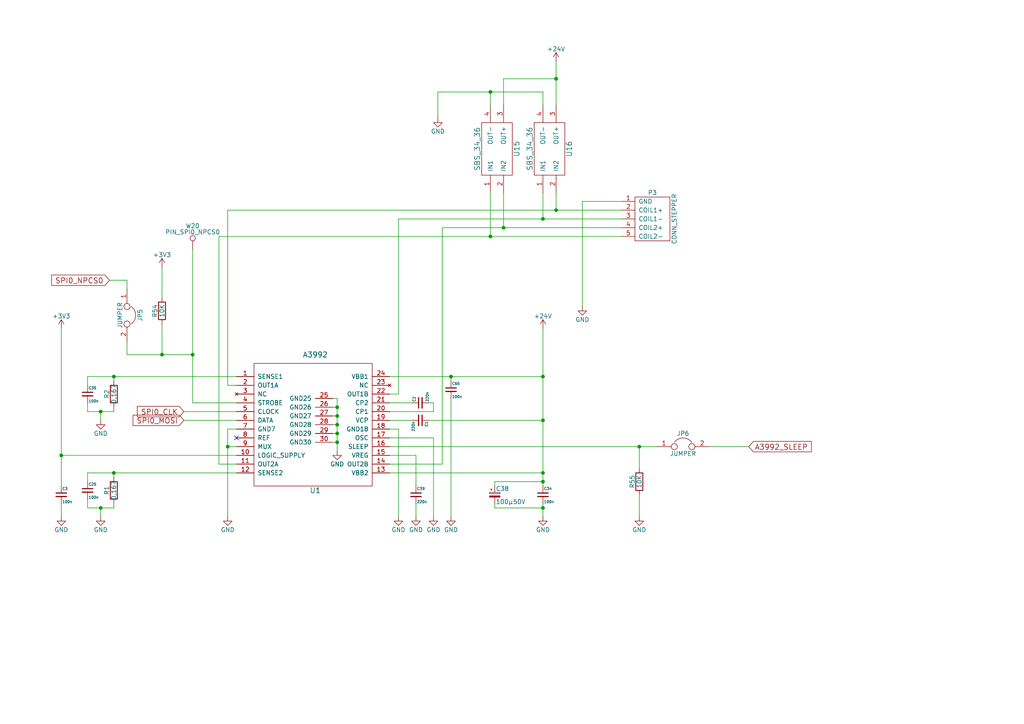
<source format=kicad_sch>
(kicad_sch (version 20231120) (generator "eeschema") (generator_version "8.0")
  (paper "A4")
  (lib_symbols
    (symbol "TEST4-rescue:+24V" (power) (pin_names (offset 0))
      (property "Value" "+24V" (at 0 3.556 0))
      (symbol "+24V_0_1"
        (polyline (pts (xy -0.762 1.27) (xy 0 2.54)))
        (polyline (pts (xy 0 0) (xy 0 2.54)))
        (polyline (pts (xy 0 2.54) (xy 0.762 1.27)))
      )
      (symbol "+24V_1_1"
        (pin power_in line (at 0 0 90) (length 0) hide (name "+24V") (number "1"))
      )
    )
    (symbol "TEST4-rescue:+3.3V" (power) (pin_names (offset 0))
      (property "Value" "+3.3V" (at 0 3.556 0))
      (symbol "+3.3V_0_1"
        (polyline (pts (xy -0.762 1.27) (xy 0 2.54)))
        (polyline (pts (xy 0 0) (xy 0 2.54)))
        (polyline (pts (xy 0 2.54) (xy 0.762 1.27)))
      )
      (symbol "+3.3V_1_1"
        (pin power_in line (at 0 0 90) (length 0) hide (name "+3V3") (number "1"))
      )
    )
    (symbol "TEST4-rescue:A3992" (pin_names (offset 1.016))
      (property "Reference" "U" (at 0 -19.05 0))
      (property "Value" "A3992" (at 0 20.32 0))
      (symbol "A3992_0_1"
        (rectangle (start -17.78 17.78) (end 16.51 -17.78))
      )
      (symbol "A3992_1_1"
        (pin output line (at -22.86 13.97 0) (length 5.08) (name "SENSE1") (number "1"))
        (pin power_in line (at -22.86 -8.89 0) (length 5.08) (name "LOGIC_SUPPLY") (number "10"))
        (pin output line (at -22.86 -11.43 0) (length 5.08) (name "OUT2A") (number "11"))
        (pin output line (at -22.86 -13.97 0) (length 5.08) (name "SENSE2") (number "12"))
        (pin power_in line (at 21.59 -13.97 180) (length 5.08) (name "VBB2") (number "13"))
        (pin output line (at 21.59 -11.43 180) (length 5.08) (name "OUT2B") (number "14"))
        (pin bidirectional line (at 21.59 -8.89 180) (length 5.08) (name "VREG") (number "15"))
        (pin input line (at 21.59 -6.35 180) (length 5.08) (name "SLEEP") (number "16"))
        (pin input line (at 21.59 -3.81 180) (length 5.08) (name "OSC") (number "17"))
        (pin power_in line (at 21.59 -1.27 180) (length 5.08) (name "GND18") (number "18"))
        (pin passive line (at 21.59 1.27 180) (length 5.08) (name "VCP") (number "19"))
        (pin output line (at -22.86 11.43 0) (length 5.08) (name "OUT1A") (number "2"))
        (pin bidirectional line (at 21.59 3.81 180) (length 5.08) (name "CP1") (number "20"))
        (pin bidirectional line (at 21.59 6.35 180) (length 5.08) (name "CP2") (number "21"))
        (pin output line (at 21.59 8.89 180) (length 5.08) (name "OUT1B") (number "22"))
        (pin no_connect line (at 21.59 11.43 180) (length 5.08) (name "NC") (number "23"))
        (pin input line (at 21.59 13.97 180) (length 5.08) (name "VBB1") (number "24"))
        (pin power_in line (at 5.08 7.62 180) (length 5.08) (name "GND25") (number "25"))
        (pin power_in line (at 5.08 5.08 180) (length 5.08) (name "GND26") (number "26"))
        (pin power_in line (at 5.08 2.54 180) (length 5.08) (name "GND27") (number "27"))
        (pin power_in line (at 5.08 0 180) (length 5.08) (name "GND28") (number "28"))
        (pin power_in line (at 5.08 -2.54 180) (length 5.08) (name "GND29") (number "29"))
        (pin no_connect line (at -22.86 8.89 0) (length 5.08) (name "NC") (number "3"))
        (pin power_in line (at 5.08 -5.08 180) (length 5.08) (name "GND30") (number "30"))
        (pin input line (at -22.86 6.35 0) (length 5.08) (name "STROBE") (number "4"))
        (pin input line (at -22.86 3.81 0) (length 5.08) (name "CLOCK") (number "5"))
        (pin input line (at -22.86 1.27 0) (length 5.08) (name "DATA") (number "6"))
        (pin power_in line (at -22.86 -1.27 0) (length 5.08) (name "GND7") (number "7"))
        (pin passive line (at -22.86 -3.81 0) (length 5.08) (name "REF") (number "8"))
        (pin input line (at -22.86 -6.35 0) (length 5.08) (name "MUX") (number "9"))
      )
    )
    (symbol "TEST4-rescue:CONN_STEPPER" (pin_names (offset 1.016))
      (property "Reference" "P" (at 0 -7.62 0))
      (property "Value" "CONN_STEPPER" (at -6.35 0 90))
      (symbol "CONN_STEPPER_0_1"
        (rectangle (start -5.08 6.35) (end 5.08 -6.35))
      )
      (symbol "CONN_STEPPER_1_1"
        (pin power_in line (at 8.89 -5.08 180) (length 3.81) (name "GND") (number "1"))
        (pin input line (at 8.89 -2.54 180) (length 3.81) (name "COIL1+") (number "2"))
        (pin input line (at 8.89 0 180) (length 3.81) (name "COIL1-") (number "3"))
        (pin input line (at 8.89 2.54 180) (length 3.81) (name "COIL2+") (number "4"))
        (pin input line (at 8.89 5.08 180) (length 3.81) (name "COIL2-") (number "5"))
      )
    )
    (symbol "TEST4-rescue:CP_Small" (pin_numbers hide) (pin_names (offset 0.254) hide)
      (property "Reference" "C" (at 0.254 1.778 0))
      (property "Value" "CP_Small" (at 0.254 -2.032 0))
      (symbol "CP_Small_0_1"
        (rectangle (start -1.524 -0.3048) (end 1.524 -0.6858) (fill (type outline)))
        (rectangle (start -1.524 0.6858) (end 1.524 0.3048))
        (polyline (pts (xy -1.27 1.524) (xy -0.762 1.524)))
        (polyline (pts (xy -1.016 1.27) (xy -1.016 1.778)))
      )
      (symbol "CP_Small_1_1"
        (pin passive line (at 0 2.54 270) (length 1.8542) (name "~") (number "1"))
        (pin passive line (at 0 -2.54 90) (length 1.8542) (name "~") (number "2"))
      )
    )
    (symbol "TEST4-rescue:C_Small" (pin_numbers hide) (pin_names (offset 0.254) hide)
      (property "Reference" "C" (at 0.254 1.778 0))
      (property "Value" "C_Small" (at 0.254 -2.032 0))
      (symbol "C_Small_0_1"
        (polyline (pts (xy -1.524 -0.508) (xy 1.524 -0.508)) (stroke (width 0.3302)))
        (polyline (pts (xy -1.524 0.508) (xy 1.524 0.508)) (stroke (width 0.3048)))
      )
      (symbol "C_Small_1_1"
        (pin passive line (at 0 2.54 270) (length 2.032) (name "~") (number "1"))
        (pin passive line (at 0 -2.54 90) (length 2.032) (name "~") (number "2"))
      )
    )
    (symbol "TEST4-rescue:GND" (power) (pin_names (offset 0))
      (property "Value" "GND" (at 0 -3.81 0))
      (symbol "GND_0_1"
        (polyline (pts (xy 0 0) (xy 0 -1.27) (xy 1.27 -1.27) (xy 0 -2.54) (xy -1.27 -1.27) (xy 0 -1.27)))
      )
      (symbol "GND_1_1"
        (pin power_in line (at 0 0 270) (length 0) hide (name "GND") (number "1"))
      )
    )
    (symbol "TEST4-rescue:JUMPER" (pin_names (offset 0.762) hide)
      (property "Reference" "JP" (at 0 3.81 0))
      (property "Value" "JUMPER" (at 0 -2.032 0))
      (symbol "JUMPER_0_1"
        (circle (center -2.54 0) (radius 0.889))
        (arc (start 2.5146 1.27) (mid 0.0078 2.5097) (end -2.4892 1.27))
        (circle (center 2.54 0) (radius 0.889))
        (pin passive line (at -7.62 0 0) (length 4.191) (name "1") (number "1"))
        (pin passive line (at 7.62 0 180) (length 4.191) (name "2") (number "2"))
      )
    )
    (symbol "TEST4-rescue:R" (pin_numbers hide) (pin_names (offset 0))
      (property "Reference" "R" (at 2.032 0 90))
      (property "Value" "R" (at 0 0 90))
      (symbol "R_0_1"
        (rectangle (start -1.016 -2.54) (end 1.016 2.54) (stroke (width 0.254)))
      )
      (symbol "R_1_1"
        (pin passive line (at 0 3.81 270) (length 1.27) (name "~") (number "1"))
        (pin passive line (at 0 -3.81 90) (length 1.27) (name "~") (number "2"))
      )
    )
    (symbol "TEST4-rescue:SBS_34_36" (pin_names (offset 1.016))
      (property "Reference" "U" (at 0 -2.54 0))
      (property "Value" "SBS_34_36" (at 0 8.89 0))
      (symbol "SBS_34_36_0_1"
        (rectangle (start -7.62 7.62) (end 7.62 -1.27))
      )
      (symbol "SBS_34_36_1_1"
        (pin input line (at -12.7 5.08 0) (length 5.08) (name "IN1") (number "1"))
        (pin input line (at -12.7 1.27 0) (length 5.08) (name "IN2") (number "2"))
        (pin input line (at 12.7 1.27 180) (length 5.08) (name "OUT+") (number "3"))
        (pin input line (at 12.7 5.08 180) (length 5.08) (name "OUT-") (number "4"))
      )
    )
    (symbol "TEST4-rescue:TEST_1P" (pin_numbers hide) (pin_names (offset 0.762) hide)
      (property "Reference" "W" (at 0 6.858 0))
      (property "Value" "TEST_1P" (at 0 5.08 0))
      (symbol "TEST_1P_0_1"
        (circle (center 0 3.302) (radius 0.762))
      )
      (symbol "TEST_1P_1_1"
        (pin passive line (at 0 0 90) (length 2.54) (name "1") (number "1"))
      )
    )
  )
  (junction (at 157.48 147.32))
  (junction (at 46.99 102.87))
  (junction (at 97.79 118.11))
  (junction (at 146.05 66.04))
  (junction (at 157.48 121.92))
  (junction (at 97.79 120.65))
  (junction (at 97.79 128.27))
  (junction (at 17.78 132.08))
  (junction (at 142.24 68.58))
  (junction (at 55.88 102.87))
  (junction (at 29.21 119.38))
  (junction (at 185.42 129.54))
  (junction (at 97.79 125.73))
  (junction (at 130.81 109.22))
  (junction (at 157.48 109.22))
  (junction (at 161.29 60.96))
  (junction (at 33.02 109.22))
  (junction (at 157.48 139.7))
  (junction (at 142.24 26.67))
  (junction (at 29.21 147.32))
  (junction (at 33.02 137.16))
  (junction (at 157.48 137.16))
  (junction (at 97.79 123.19))
  (junction (at 66.04 129.54))
  (junction (at 157.48 63.5))
  (junction (at 161.29 22.86))
  (no_connect (at 68.58 127))
  (wire (pts (xy 120.65 146.05) (xy 120.65 149.86)))
  (wire (pts (xy 113.03 124.46) (xy 115.57 124.46)))
  (wire (pts (xy 25.4 109.22) (xy 33.02 109.22)))
  (wire (pts (xy 161.29 22.86) (xy 161.29 30.48)))
  (wire (pts (xy 63.5 134.62) (xy 63.5 68.58)))
  (wire (pts (xy 66.04 60.96) (xy 161.29 60.96)))
  (wire (pts (xy 113.03 109.22) (xy 130.81 109.22)))
  (wire (pts (xy 97.79 120.65) (xy 97.79 123.19)))
  (wire (pts (xy 55.88 72.39) (xy 55.88 102.87)))
  (wire (pts (xy 17.78 146.05) (xy 17.78 149.86)))
  (wire (pts (xy 25.4 109.22) (xy 25.4 111.76)))
  (wire (pts (xy 130.81 109.22) (xy 130.81 110.49)))
  (wire (pts (xy 143.51 147.32) (xy 143.51 146.05)))
  (wire (pts (xy 146.05 55.88) (xy 146.05 66.04)))
  (wire (pts (xy 29.21 121.92) (xy 29.21 119.38)))
  (wire (pts (xy 125.73 127) (xy 125.73 149.86)))
  (wire (pts (xy 115.57 124.46) (xy 115.57 149.86)))
  (wire (pts (xy 128.27 66.04) (xy 146.05 66.04)))
  (wire (pts (xy 157.48 26.67) (xy 157.48 30.48)))
  (wire (pts (xy 157.48 137.16) (xy 157.48 139.7)))
  (wire (pts (xy 68.58 129.54) (xy 66.04 129.54)))
  (wire (pts (xy 25.4 137.16) (xy 33.02 137.16)))
  (wire (pts (xy 97.79 118.11) (xy 97.79 120.65)))
  (wire (pts (xy 46.99 102.87) (xy 55.88 102.87)))
  (wire (pts (xy 31.75 81.28) (xy 36.83 81.28)))
  (wire (pts (xy 29.21 119.38) (xy 33.02 119.38)))
  (wire (pts (xy 142.24 68.58) (xy 180.34 68.58)))
  (wire (pts (xy 113.03 127) (xy 125.73 127)))
  (wire (pts (xy 33.02 147.32) (xy 33.02 146.05)))
  (wire (pts (xy 63.5 68.58) (xy 142.24 68.58)))
  (wire (pts (xy 96.52 123.19) (xy 97.79 123.19)))
  (wire (pts (xy 25.4 147.32) (xy 25.4 144.78)))
  (wire (pts (xy 125.73 116.84) (xy 124.46 116.84)))
  (wire (pts (xy 97.79 128.27) (xy 97.79 130.81)))
  (wire (pts (xy 96.52 120.65) (xy 97.79 120.65)))
  (wire (pts (xy 157.48 146.05) (xy 157.48 147.32)))
  (wire (pts (xy 68.58 124.46) (xy 66.04 124.46)))
  (wire (pts (xy 205.74 129.54) (xy 217.17 129.54)))
  (wire (pts (xy 33.02 109.22) (xy 68.58 109.22)))
  (wire (pts (xy 96.52 125.73) (xy 97.79 125.73)))
  (wire (pts (xy 29.21 147.32) (xy 33.02 147.32)))
  (wire (pts (xy 168.91 58.42) (xy 180.34 58.42)))
  (wire (pts (xy 33.02 137.16) (xy 33.02 138.43)))
  (wire (pts (xy 96.52 128.27) (xy 97.79 128.27)))
  (wire (pts (xy 33.02 137.16) (xy 68.58 137.16)))
  (wire (pts (xy 46.99 93.98) (xy 46.99 102.87)))
  (wire (pts (xy 157.48 139.7) (xy 157.48 140.97)))
  (wire (pts (xy 25.4 137.16) (xy 25.4 139.7)))
  (wire (pts (xy 146.05 30.48) (xy 146.05 22.86)))
  (wire (pts (xy 68.58 119.38) (xy 53.34 119.38)))
  (wire (pts (xy 113.03 132.08) (xy 120.65 132.08)))
  (wire (pts (xy 66.04 111.76) (xy 68.58 111.76)))
  (wire (pts (xy 157.48 121.92) (xy 157.48 137.16)))
  (wire (pts (xy 185.42 149.86) (xy 185.42 143.51)))
  (wire (pts (xy 96.52 118.11) (xy 97.79 118.11)))
  (wire (pts (xy 113.03 116.84) (xy 119.38 116.84)))
  (wire (pts (xy 113.03 134.62) (xy 128.27 134.62)))
  (wire (pts (xy 157.48 55.88) (xy 157.48 63.5)))
  (wire (pts (xy 25.4 119.38) (xy 29.21 119.38)))
  (wire (pts (xy 17.78 132.08) (xy 17.78 140.97)))
  (wire (pts (xy 33.02 119.38) (xy 33.02 118.11)))
  (wire (pts (xy 157.48 147.32) (xy 143.51 147.32)))
  (wire (pts (xy 113.03 119.38) (xy 125.73 119.38)))
  (wire (pts (xy 115.57 114.3) (xy 113.03 114.3)))
  (wire (pts (xy 127 26.67) (xy 142.24 26.67)))
  (wire (pts (xy 68.58 121.92) (xy 53.34 121.92)))
  (wire (pts (xy 127 34.29) (xy 127 26.67)))
  (wire (pts (xy 130.81 109.22) (xy 157.48 109.22)))
  (wire (pts (xy 68.58 132.08) (xy 17.78 132.08)))
  (wire (pts (xy 25.4 119.38) (xy 25.4 116.84)))
  (wire (pts (xy 157.48 139.7) (xy 143.51 139.7)))
  (wire (pts (xy 66.04 60.96) (xy 66.04 111.76)))
  (wire (pts (xy 120.65 132.08) (xy 120.65 140.97)))
  (wire (pts (xy 157.48 147.32) (xy 157.48 149.86)))
  (wire (pts (xy 36.83 99.06) (xy 36.83 102.87)))
  (wire (pts (xy 97.79 123.19) (xy 97.79 125.73)))
  (wire (pts (xy 68.58 134.62) (xy 63.5 134.62)))
  (wire (pts (xy 33.02 109.22) (xy 33.02 110.49)))
  (wire (pts (xy 125.73 119.38) (xy 125.73 116.84)))
  (wire (pts (xy 113.03 129.54) (xy 185.42 129.54)))
  (wire (pts (xy 115.57 63.5) (xy 157.48 63.5)))
  (wire (pts (xy 124.46 121.92) (xy 157.48 121.92)))
  (wire (pts (xy 128.27 134.62) (xy 128.27 66.04)))
  (wire (pts (xy 46.99 77.47) (xy 46.99 86.36)))
  (wire (pts (xy 97.79 125.73) (xy 97.79 128.27)))
  (wire (pts (xy 168.91 58.42) (xy 168.91 88.9)))
  (wire (pts (xy 115.57 63.5) (xy 115.57 114.3)))
  (wire (pts (xy 29.21 147.32) (xy 29.21 149.86)))
  (wire (pts (xy 130.81 115.57) (xy 130.81 149.86)))
  (wire (pts (xy 146.05 22.86) (xy 161.29 22.86)))
  (wire (pts (xy 55.88 116.84) (xy 68.58 116.84)))
  (wire (pts (xy 113.03 121.92) (xy 119.38 121.92)))
  (wire (pts (xy 55.88 102.87) (xy 55.88 116.84)))
  (wire (pts (xy 161.29 17.78) (xy 161.29 22.86)))
  (wire (pts (xy 157.48 109.22) (xy 157.48 121.92)))
  (wire (pts (xy 25.4 147.32) (xy 29.21 147.32)))
  (wire (pts (xy 157.48 137.16) (xy 113.03 137.16)))
  (wire (pts (xy 96.52 115.57) (xy 97.79 115.57)))
  (wire (pts (xy 66.04 124.46) (xy 66.04 129.54)))
  (wire (pts (xy 146.05 66.04) (xy 180.34 66.04)))
  (wire (pts (xy 142.24 55.88) (xy 142.24 68.58)))
  (wire (pts (xy 157.48 63.5) (xy 180.34 63.5)))
  (wire (pts (xy 143.51 139.7) (xy 143.51 140.97)))
  (wire (pts (xy 185.42 135.89) (xy 185.42 129.54)))
  (wire (pts (xy 36.83 102.87) (xy 46.99 102.87)))
  (wire (pts (xy 142.24 26.67) (xy 142.24 30.48)))
  (wire (pts (xy 17.78 95.25) (xy 17.78 132.08)))
  (wire (pts (xy 142.24 26.67) (xy 157.48 26.67)))
  (wire (pts (xy 97.79 115.57) (xy 97.79 118.11)))
  (wire (pts (xy 66.04 129.54) (xy 66.04 149.86)))
  (wire (pts (xy 161.29 55.88) (xy 161.29 60.96)))
  (wire (pts (xy 36.83 81.28) (xy 36.83 83.82)))
  (wire (pts (xy 185.42 129.54) (xy 190.5 129.54)))
  (wire (pts (xy 157.48 95.25) (xy 157.48 109.22)))
  (wire (pts (xy 161.29 60.96) (xy 180.34 60.96)))
  (global_label "SPI0_CLK" (shape input) (at 53.34 119.38 180) (effects (font (size 1.524 1.524))) (property "Intersheetrefs" "${INTERSHEET_REFS}" (effects (hide yes))))
  (global_label "SPI0_NPCS0" (shape input) (at 31.75 81.28 180) (effects (font (size 1.524 1.524))) (property "Intersheetrefs" "${INTERSHEET_REFS}" (effects (hide yes))))
  (global_label "A3992_SLEEP" (shape input) (at 217.17 129.54 0) (effects (font (size 1.524 1.524))) (property "Intersheetrefs" "${INTERSHEET_REFS}" (effects (hide yes))))
  (global_label "SPI0_MOSI" (shape input) (at 53.34 121.92 180) (effects (font (size 1.524 1.524))) (property "Intersheetrefs" "${INTERSHEET_REFS}" (effects (hide yes))))
  (symbol (lib_name "TEST4-rescue:GND") (lib_id "TEST4-rescue:GND") (at 29.21 121.92 0) (unit 1)
    (property "Reference" "#PWR043" (effects (hide yes)))
    (property "Value" "GND" (at 29.21 125.73 0))
    (instances (project "" (path "" (reference "#PWR012") (unit 1)) (path "" (reference "#PWR043") (unit 1))))
  )
  (symbol (lib_name "TEST4-rescue:GND") (lib_id "TEST4-rescue:GND") (at 29.21 149.86 0) (unit 1)
    (property "Reference" "#PWR044" (effects (hide yes)))
    (property "Value" "GND" (at 29.21 153.67 0))
    (instances (project "" (path "" (reference "#PWR013") (unit 1)) (path "" (reference "#PWR044") (unit 1))))
  )
  (symbol (lib_name "TEST4-rescue:C_Small") (lib_id "TEST4-rescue:C_Small") (at 157.48 143.51 0) (unit 1)
    (property "Reference" "C65" (at 157.734 141.732 0) (effects (font (size 0.762 0.762)) (justify left)))
    (property "Value" "100n" (at 157.734 145.542 0) (effects (font (size 0.762 0.762)) (justify left)))
    (property "Footprint" "mylib:C_1206" (effects (hide yes)))
    (instances (project "" (path "" (reference "C34") (unit 1)) (path "" (reference "C65") (unit 1))))
  )
  (symbol (lib_name "TEST4-rescue:C_Small") (lib_id "TEST4-rescue:C_Small") (at 121.92 116.84 90) (unit 1)
    (property "Reference" "C24" (at 120.142 116.586 0) (effects (font (size 0.762 0.762)) (justify left)))
    (property "Value" "220n" (at 123.952 116.586 0) (effects (font (size 0.762 0.762)) (justify left)))
    (property "Footprint" "mylib:C_1206" (effects (hide yes)))
    (instances (project "" (path "" (reference "C2") (unit 1)) (path "" (reference "C24") (unit 1))))
  )
  (symbol (lib_name "TEST4-rescue:C_Small") (lib_id "TEST4-rescue:C_Small") (at 121.92 121.92 270) (unit 1)
    (property "Reference" "C23" (at 123.698 122.174 0) (effects (font (size 0.762 0.762)) (justify left)))
    (property "Value" "220n" (at 119.888 122.174 0) (effects (font (size 0.762 0.762)) (justify left)))
    (property "Footprint" "mylib:C_1206" (effects (hide yes)))
    (instances (project "" (path "" (reference "C1") (unit 1)) (path "" (reference "C23") (unit 1))))
  )
  (symbol (lib_name "TEST4-rescue:+24V") (lib_id "TEST4-rescue:+24V") (at 157.48 95.25 0) (unit 1)
    (property "Reference" "#PWR037" (effects (hide yes)))
    (property "Value" "+24V" (at 157.48 91.694 0))
    (instances (project "" (path "" (reference "#PWR06") (unit 1)) (path "" (reference "#PWR037") (unit 1))))
  )
  (symbol (lib_name "TEST4-rescue:R") (lib_id "TEST4-rescue:R") (at 33.02 114.3 180) (unit 1)
    (property "Reference" "R6" (at 30.988 114.3 90))
    (property "Value" "0,167" (at 33.02 114.3 90))
    (property "Footprint" "mylib:R_2010" (effects (hide yes)))
    (instances (project "" (path "" (reference "R2") (unit 1)) (path "" (reference "R6") (unit 1))))
  )
  (symbol (lib_name "TEST4-rescue:GND") (lib_id "TEST4-rescue:GND") (at 168.91 88.9 0) (unit 1)
    (property "Reference" "#PWR038" (effects (hide yes)))
    (property "Value" "GND" (at 168.91 92.71 0))
    (instances (project "" (path "" (reference "#PWR07") (unit 1)) (path "" (reference "#PWR038") (unit 1))))
  )
  (symbol (lib_name "TEST4-rescue:+24V") (lib_id "TEST4-rescue:+24V") (at 161.29 17.78 0) (unit 1)
    (property "Reference" "#PWR039" (effects (hide yes)))
    (property "Value" "+24V" (at 161.29 14.224 0))
    (instances (project "" (path "" (reference "#PWR08") (unit 1)) (path "" (reference "#PWR039") (unit 1))))
  )
  (symbol (lib_name "TEST4-rescue:C_Small") (lib_id "TEST4-rescue:C_Small") (at 25.4 114.3 0) (unit 1)
    (property "Reference" "C37" (at 25.654 112.522 0) (effects (font (size 0.762 0.762)) (justify left)))
    (property "Value" "100n" (at 25.654 116.332 0) (effects (font (size 0.762 0.762)) (justify left)))
    (property "Footprint" "mylib:C_1206" (effects (hide yes)))
    (instances (project "" (path "" (reference "C35") (unit 1)) (path "" (reference "C37") (unit 1))))
  )
  (symbol (lib_name "TEST4-rescue:CP_Small") (lib_id "TEST4-rescue:CP_Small") (at 143.51 143.51 0) (unit 1)
    (property "Reference" "C38" (at 143.764 141.732 0) (effects (justify left)))
    (property "Value" "100µ50V" (at 143.764 145.542 0) (effects (justify left)))
    (property "Footprint" "mylib:C_Radial_D10_L13_P5" (effects (hide yes)))
    (property "Typ" "Reichelt RAD FR 100/63" (effects (hide yes)))
    (instances (project "" (path "" (reference "C38") (unit 1)) (path "" (reference "C40") (unit 1))))
  )
  (symbol (lib_name "TEST4-rescue:CONN_STEPPER") (lib_id "TEST4-rescue:CONN_STEPPER") (at 189.23 63.5 180) (unit 1)
    (property "Reference" "P4" (at 189.23 55.88 0))
    (property "Value" "CONN_STEPPER" (at 195.58 63.5 90))
    (property "Footprint" "mylib:Pin_Header_Straight_LForm_1x05" (effects (hide yes)))
    (instances (project "" (path "" (reference "P3") (unit 1)) (path "" (reference "P4") (unit 1))))
  )
  (symbol (lib_name "TEST4-rescue:A3992") (lib_id "TEST4-rescue:A3992") (at 91.44 123.19 0) (unit 1)
    (property "Reference" "U3" (at 91.44 142.24 0) (effects (font (size 1.524 1.524))))
    (property "Value" "A3992" (at 91.44 102.87 0) (effects (font (size 1.524 1.524))))
    (property "Footprint" "mylib:SSOP24_A3992_Pitch0.65mm" (effects (hide yes)))
    (instances (project "" (path "" (reference "U1") (unit 1)) (path "" (reference "U3") (unit 1))))
  )
  (symbol (lib_name "TEST4-rescue:GND") (lib_id "TEST4-rescue:GND") (at 97.79 130.81 0) (unit 1)
    (property "Reference" "#PWR040" (effects (hide yes)))
    (property "Value" "GND" (at 97.79 134.62 0))
    (instances (project "" (path "" (reference "#PWR09") (unit 1)) (path "" (reference "#PWR040") (unit 1))))
  )
  (symbol (lib_name "TEST4-rescue:GND") (lib_id "TEST4-rescue:GND") (at 66.04 149.86 0) (unit 1)
    (property "Reference" "#PWR041" (effects (hide yes)))
    (property "Value" "GND" (at 66.04 153.67 0))
    (instances (project "" (path "" (reference "#PWR010") (unit 1)) (path "" (reference "#PWR041") (unit 1))))
  )
  (symbol (lib_name "TEST4-rescue:R") (lib_id "TEST4-rescue:R") (at 33.02 142.24 180) (unit 1)
    (property "Reference" "R5" (at 30.988 142.24 90))
    (property "Value" "0,167" (at 33.02 142.24 90))
    (property "Footprint" "mylib:R_2010" (effects (hide yes)))
    (instances (project "" (path "" (reference "R1") (unit 1)) (path "" (reference "R5") (unit 1))))
  )
  (symbol (lib_name "TEST4-rescue:C_Small") (lib_id "TEST4-rescue:C_Small") (at 25.4 142.24 0) (unit 1)
    (property "Reference" "C64" (at 25.654 140.462 0) (effects (font (size 0.762 0.762)) (justify left)))
    (property "Value" "100n" (at 25.654 144.272 0) (effects (font (size 0.762 0.762)) (justify left)))
    (property "Footprint" "mylib:C_1206" (effects (hide yes)))
    (instances (project "" (path "" (reference "C25") (unit 1)) (path "" (reference "C64") (unit 1))))
  )
  (symbol (lib_name "TEST4-rescue:+3.3V") (lib_id "TEST4-rescue:+3.3V") (at 17.78 95.25 0) (unit 1)
    (property "Reference" "#PWR045" (effects (hide yes)))
    (property "Value" "+3V3" (at 17.78 91.694 0))
    (instances (project "" (path "" (reference "#PWR014") (unit 1)) (path "" (reference "#PWR045") (unit 1))))
  )
  (symbol (lib_name "TEST4-rescue:GND") (lib_id "TEST4-rescue:GND") (at 17.78 149.86 0) (unit 1)
    (property "Reference" "#PWR046" (effects (hide yes)))
    (property "Value" "GND" (at 17.78 153.67 0))
    (instances (project "" (path "" (reference "#PWR015") (unit 1)) (path "" (reference "#PWR046") (unit 1))))
  )
  (symbol (lib_name "TEST4-rescue:C_Small") (lib_id "TEST4-rescue:C_Small") (at 17.78 143.51 0) (unit 1)
    (property "Reference" "C36" (at 18.034 141.732 0) (effects (font (size 0.762 0.762)) (justify left)))
    (property "Value" "100n" (at 18.034 145.542 0) (effects (font (size 0.762 0.762)) (justify left)))
    (property "Footprint" "mylib:C_1206" (effects (hide yes)))
    (instances (project "" (path "" (reference "C3") (unit 1)) (path "" (reference "C36") (unit 1))))
  )
  (symbol (lib_name "TEST4-rescue:GND") (lib_id "TEST4-rescue:GND") (at 157.48 149.86 0) (unit 1)
    (property "Reference" "#PWR047" (effects (hide yes)))
    (property "Value" "GND" (at 157.48 153.67 0))
    (instances (project "" (path "" (reference "#PWR016") (unit 1)) (path "" (reference "#PWR047") (unit 1))))
  )
  (symbol (lib_name "TEST4-rescue:GND") (lib_id "TEST4-rescue:GND") (at 120.65 149.86 0) (unit 1)
    (property "Reference" "#PWR048" (effects (hide yes)))
    (property "Value" "GND" (at 120.65 153.67 0))
    (instances (project "" (path "" (reference "#PWR017") (unit 1)) (path "" (reference "#PWR048") (unit 1))))
  )
  (symbol (lib_name "TEST4-rescue:C_Small") (lib_id "TEST4-rescue:C_Small") (at 130.81 113.03 0) (unit 1)
    (property "Reference" "C67" (at 131.064 111.252 0) (effects (font (size 0.762 0.762)) (justify left)))
    (property "Value" "100n" (at 131.064 115.062 0) (effects (font (size 0.762 0.762)) (justify left)))
    (property "Footprint" "mylib:C_1206" (effects (hide yes)))
    (instances (project "" (path "" (reference "C66") (unit 1)) (path "" (reference "C67") (unit 1))))
  )
  (symbol (lib_name "TEST4-rescue:GND") (lib_id "TEST4-rescue:GND") (at 130.81 149.86 0) (unit 1)
    (property "Reference" "#PWR049" (effects (hide yes)))
    (property "Value" "GND" (at 130.81 153.67 0))
    (instances (project "" (path "" (reference "#PWR018") (unit 1)) (path "" (reference "#PWR049") (unit 1))))
  )
  (symbol (lib_name "TEST4-rescue:C_Small") (lib_id "TEST4-rescue:C_Small") (at 120.65 143.51 0) (unit 1)
    (property "Reference" "C41" (at 120.904 141.732 0) (effects (font (size 0.762 0.762)) (justify left)))
    (property "Value" "220n" (at 120.904 145.542 0) (effects (font (size 0.762 0.762)) (justify left)))
    (property "Footprint" "mylib:C_1206" (effects (hide yes)))
    (instances (project "" (path "" (reference "C39") (unit 1)) (path "" (reference "C41") (unit 1))))
  )
  (symbol (lib_name "TEST4-rescue:GND") (lib_id "TEST4-rescue:GND") (at 115.57 149.86 0) (unit 1)
    (property "Reference" "#PWR042" (effects (hide yes)))
    (property "Value" "GND" (at 115.57 153.67 0))
    (instances (project "" (path "" (reference "#PWR011") (unit 1)) (path "" (reference "#PWR042") (unit 1))))
  )
  (symbol (lib_name "TEST4-rescue:GND") (lib_id "TEST4-rescue:GND") (at 125.73 149.86 0) (unit 1)
    (property "Reference" "#PWR050" (effects (hide yes)))
    (property "Value" "GND" (at 125.73 153.67 0))
    (instances (project "" (path "" (reference "#PWR019") (unit 1)) (path "" (reference "#PWR050") (unit 1))))
  )
  (symbol (lib_name "TEST4-rescue:SBS_34_36") (lib_id "TEST4-rescue:SBS_34_36") (at 147.32 43.18 90) (unit 1)
    (property "Reference" "U15" (at 149.86 43.18 0) (effects (font (size 1.524 1.524))))
    (property "Value" "SBS_34_36" (at 138.43 43.18 0) (effects (font (size 1.524 1.524))))
    (property "Footprint" "mylib:SBS_34_36" (effects (hide yes)))
  )
  (symbol (lib_name "TEST4-rescue:SBS_34_36") (lib_id "TEST4-rescue:SBS_34_36") (at 162.56 43.18 90) (unit 1)
    (property "Reference" "U16" (at 165.1 43.18 0) (effects (font (size 1.524 1.524))))
    (property "Value" "SBS_34_36" (at 153.67 43.18 0) (effects (font (size 1.524 1.524))))
    (property "Footprint" "mylib:SBS_34_36" (effects (hide yes)))
  )
  (symbol (lib_name "TEST4-rescue:GND") (lib_id "TEST4-rescue:GND") (at 127 34.29 0) (unit 1)
    (property "Reference" "#PWR020" (effects (hide yes)))
    (property "Value" "GND" (at 127 38.1 0))
  )
  (symbol (lib_name "TEST4-rescue:TEST_1P") (lib_id "TEST4-rescue:TEST_1P") (at 55.88 72.39 0) (unit 1)
    (property "Reference" "W20" (at 55.88 65.532 0))
    (property "Value" "PIN_SPI0_NPCS0" (at 55.88 67.31 0))
    (property "Footprint" "mylib:TestPad_09mmDrill" (effects (hide yes)))
  )
  (symbol (lib_name "TEST4-rescue:JUMPER") (lib_id "TEST4-rescue:JUMPER") (at 36.83 91.44 270) (unit 1)
    (property "Reference" "JP5" (at 40.64 91.44 0))
    (property "Value" "JUMPER" (at 34.798 91.44 0))
    (property "Footprint" "mylib:Pin_Header_Straight_1x02" (effects (hide yes)))
  )
  (symbol (lib_name "TEST4-rescue:+3.3V") (lib_id "TEST4-rescue:+3.3V") (at 46.99 77.47 0) (unit 1)
    (property "Reference" "#PWR021" (effects (hide yes)))
    (property "Value" "+3V3" (at 46.99 73.914 0))
  )
  (symbol (lib_name "TEST4-rescue:R") (lib_id "TEST4-rescue:R") (at 46.99 90.17 180) (unit 1)
    (property "Reference" "R54" (at 44.958 90.17 90))
    (property "Value" "10K" (at 46.99 90.17 90))
    (property "Footprint" "mylib:R_1206" (effects (hide yes)))
  )
  (symbol (lib_name "TEST4-rescue:JUMPER") (lib_id "TEST4-rescue:JUMPER") (at 198.12 129.54 0) (unit 1)
    (property "Reference" "JP6" (at 198.12 125.73 0))
    (property "Value" "JUMPER" (at 198.12 131.572 0))
    (property "Footprint" "mylib:Pin_Header_Straight_1x02" (effects (hide yes)))
  )
  (symbol (lib_name "TEST4-rescue:R") (lib_id "TEST4-rescue:R") (at 185.42 139.7 180) (unit 1)
    (property "Reference" "R55" (at 183.388 139.7 90))
    (property "Value" "10K" (at 185.42 139.7 90))
    (property "Footprint" "mylib:R_1206" (effects (hide yes)))
  )
  (symbol (lib_name "TEST4-rescue:GND") (lib_id "TEST4-rescue:GND") (at 185.42 149.86 0) (unit 1)
    (property "Reference" "#PWR022" (effects (hide yes)))
    (property "Value" "GND" (at 185.42 153.67 0))
  )
)
</source>
